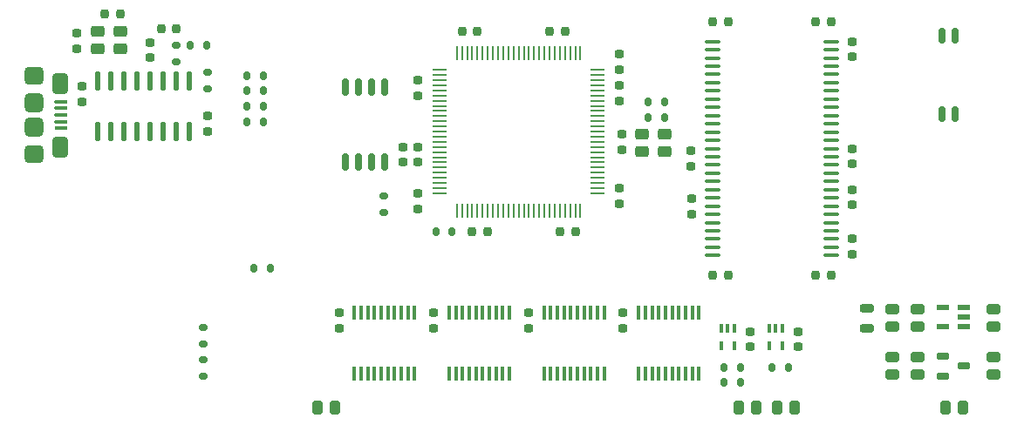
<source format=gtp>
G04 #@! TF.GenerationSoftware,KiCad,Pcbnew,7.0.10*
G04 #@! TF.CreationDate,2024-03-18T20:49:12-04:00*
G04 #@! TF.ProjectId,GR8RAM,47523852-414d-42e6-9b69-6361645f7063,1.0*
G04 #@! TF.SameCoordinates,Original*
G04 #@! TF.FileFunction,Paste,Top*
G04 #@! TF.FilePolarity,Positive*
%FSLAX46Y46*%
G04 Gerber Fmt 4.6, Leading zero omitted, Abs format (unit mm)*
G04 Created by KiCad (PCBNEW 7.0.10) date 2024-03-18 20:49:12*
%MOMM*%
%LPD*%
G01*
G04 APERTURE LIST*
G04 Aperture macros list*
%AMRoundRect*
0 Rectangle with rounded corners*
0 $1 Rounding radius*
0 $2 $3 $4 $5 $6 $7 $8 $9 X,Y pos of 4 corners*
0 Add a 4 corners polygon primitive as box body*
4,1,4,$2,$3,$4,$5,$6,$7,$8,$9,$2,$3,0*
0 Add four circle primitives for the rounded corners*
1,1,$1+$1,$2,$3*
1,1,$1+$1,$4,$5*
1,1,$1+$1,$6,$7*
1,1,$1+$1,$8,$9*
0 Add four rect primitives between the rounded corners*
20,1,$1+$1,$2,$3,$4,$5,0*
20,1,$1+$1,$4,$5,$6,$7,0*
20,1,$1+$1,$6,$7,$8,$9,0*
20,1,$1+$1,$8,$9,$2,$3,0*%
G04 Aperture macros list end*
%ADD10RoundRect,0.080000X-0.555000X0.080000X-0.555000X-0.080000X0.555000X-0.080000X0.555000X0.080000X0*%
%ADD11RoundRect,0.075000X-0.550000X0.075000X-0.550000X-0.075000X0.550000X-0.075000X0.550000X0.075000X0*%
%ADD12RoundRect,0.437500X-0.487500X0.437500X-0.487500X-0.437500X0.487500X-0.437500X0.487500X0.437500X0*%
%ADD13RoundRect,0.387500X-0.387500X0.637500X-0.387500X-0.637500X0.387500X-0.637500X0.387500X0.637500X0*%
%ADD14RoundRect,0.462500X-0.462500X0.462500X-0.462500X-0.462500X0.462500X-0.462500X0.462500X0.462500X0*%
%ADD15RoundRect,0.192500X-0.242500X0.192500X-0.242500X-0.192500X0.242500X-0.192500X0.242500X0.192500X0*%
%ADD16RoundRect,0.177500X0.177500X-0.559500X0.177500X0.559500X-0.177500X0.559500X-0.177500X-0.559500X0*%
%ADD17RoundRect,0.150000X-0.150000X-0.275000X0.150000X-0.275000X0.150000X0.275000X-0.150000X0.275000X0*%
%ADD18RoundRect,0.250000X0.250000X0.425000X-0.250000X0.425000X-0.250000X-0.425000X0.250000X-0.425000X0*%
%ADD19RoundRect,0.200000X-0.475000X0.200000X-0.475000X-0.200000X0.475000X-0.200000X0.475000X0.200000X0*%
%ADD20RoundRect,0.192500X0.242500X-0.192500X0.242500X0.192500X-0.242500X0.192500X-0.242500X-0.192500X0*%
%ADD21RoundRect,0.092500X0.092500X-0.592500X0.092500X0.592500X-0.092500X0.592500X-0.092500X-0.592500X0*%
%ADD22RoundRect,0.150000X0.150000X0.275000X-0.150000X0.275000X-0.150000X-0.275000X0.150000X-0.275000X0*%
%ADD23RoundRect,0.080000X-0.080000X0.380000X-0.080000X-0.380000X0.080000X-0.380000X0.080000X0.380000X0*%
%ADD24RoundRect,0.250000X0.425000X-0.250000X0.425000X0.250000X-0.425000X0.250000X-0.425000X-0.250000X0*%
%ADD25RoundRect,0.150000X0.275000X-0.150000X0.275000X0.150000X-0.275000X0.150000X-0.275000X-0.150000X0*%
%ADD26RoundRect,0.137500X0.487500X0.137500X-0.487500X0.137500X-0.487500X-0.137500X0.487500X-0.137500X0*%
%ADD27RoundRect,0.057500X0.057500X-0.645000X0.057500X0.645000X-0.057500X0.645000X-0.057500X-0.645000X0*%
%ADD28RoundRect,0.057500X0.645000X-0.057500X0.645000X0.057500X-0.645000X0.057500X-0.645000X-0.057500X0*%
%ADD29RoundRect,0.192500X0.192500X0.242500X-0.192500X0.242500X-0.192500X-0.242500X0.192500X-0.242500X0*%
%ADD30RoundRect,0.150000X-0.275000X0.150000X-0.275000X-0.150000X0.275000X-0.150000X0.275000X0.150000X0*%
%ADD31RoundRect,0.175000X-0.450000X-0.175000X0.450000X-0.175000X0.450000X0.175000X-0.450000X0.175000X0*%
%ADD32RoundRect,0.275000X0.375000X0.275000X-0.375000X0.275000X-0.375000X-0.275000X0.375000X-0.275000X0*%
%ADD33RoundRect,0.137500X-0.137500X0.812500X-0.137500X-0.812500X0.137500X-0.812500X0.137500X0.812500X0*%
%ADD34RoundRect,0.192500X-0.192500X-0.242500X0.192500X-0.242500X0.192500X0.242500X-0.192500X0.242500X0*%
%ADD35RoundRect,0.099500X0.625500X0.099500X-0.625500X0.099500X-0.625500X-0.099500X0.625500X-0.099500X0*%
%ADD36RoundRect,0.275000X-0.375000X-0.275000X0.375000X-0.275000X0.375000X0.275000X-0.375000X0.275000X0*%
%ADD37RoundRect,0.162500X-0.162500X0.662500X-0.162500X-0.662500X0.162500X-0.662500X0.162500X0.662500X0*%
%ADD38RoundRect,0.250000X-0.250000X-0.425000X0.250000X-0.425000X0.250000X0.425000X-0.250000X0.425000X0*%
G04 APERTURE END LIST*
D10*
X49675000Y-98500000D03*
X49675000Y-99150000D03*
X49675000Y-99800000D03*
X49675000Y-100450000D03*
D11*
X49675000Y-101100000D03*
D12*
X47000000Y-96000000D03*
D13*
X49550000Y-96700000D03*
D14*
X47000000Y-98600000D03*
X47000000Y-101000000D03*
D13*
X49550000Y-102900000D03*
D12*
X47000000Y-103600000D03*
D15*
X104200000Y-119050000D03*
X104200000Y-120550000D03*
D16*
X135128000Y-99695000D03*
X136398000Y-99695000D03*
X136398000Y-92075000D03*
X135128000Y-92075000D03*
D17*
X67650000Y-95950000D03*
X69250000Y-95950000D03*
D18*
X76200000Y-128270000D03*
X74500000Y-128270000D03*
D17*
X67650000Y-97450000D03*
X69250000Y-97450000D03*
D19*
X127850000Y-118600000D03*
X127850000Y-120500000D03*
D15*
X126450000Y-107050000D03*
X126450000Y-108550000D03*
X103800000Y-106900000D03*
X103800000Y-108400000D03*
D20*
X110800000Y-104800000D03*
X110800000Y-103300000D03*
X84300000Y-97900000D03*
X84300000Y-96400000D03*
D21*
X96500000Y-124950000D03*
X97150000Y-124950000D03*
X97800000Y-124950000D03*
X98450000Y-124950000D03*
X99100000Y-124950000D03*
X99750000Y-124950000D03*
X100400000Y-124950000D03*
X101050000Y-124950000D03*
X101700000Y-124950000D03*
X102350000Y-124950000D03*
X102350000Y-119050000D03*
X101700000Y-119050000D03*
X101050000Y-119050000D03*
X100400000Y-119050000D03*
X99750000Y-119050000D03*
X99100000Y-119050000D03*
X98450000Y-119050000D03*
X97800000Y-119050000D03*
X97150000Y-119050000D03*
X96500000Y-119050000D03*
D18*
X120826000Y-128270000D03*
X119126000Y-128270000D03*
D22*
X108200000Y-98550000D03*
X106600000Y-98550000D03*
D20*
X121200000Y-122350000D03*
X121200000Y-120850000D03*
D23*
X119650000Y-120500000D03*
X119000000Y-120500000D03*
X118350000Y-120500000D03*
X118350000Y-122200000D03*
X119650000Y-122200000D03*
D24*
X132750000Y-125050000D03*
X132750000Y-123350000D03*
D25*
X63436500Y-125158500D03*
X63436500Y-123558500D03*
D21*
X87300000Y-124950000D03*
X87950000Y-124950000D03*
X88600000Y-124950000D03*
X89250000Y-124950000D03*
X89900000Y-124950000D03*
X90550000Y-124950000D03*
X91200000Y-124950000D03*
X91850000Y-124950000D03*
X92500000Y-124950000D03*
X93150000Y-124950000D03*
X93150000Y-119050000D03*
X92500000Y-119050000D03*
X91850000Y-119050000D03*
X91200000Y-119050000D03*
X90550000Y-119050000D03*
X89900000Y-119050000D03*
X89250000Y-119050000D03*
X88600000Y-119050000D03*
X87950000Y-119050000D03*
X87300000Y-119050000D03*
D26*
X137300000Y-120400000D03*
X137300000Y-119450000D03*
X137300000Y-118500000D03*
X135200000Y-118500000D03*
X135200000Y-120400000D03*
D27*
X88050000Y-109062500D03*
X88550000Y-109062500D03*
X89050000Y-109062500D03*
X89550000Y-109062500D03*
X90050000Y-109062500D03*
X90550000Y-109062500D03*
X91050000Y-109062500D03*
X91550000Y-109062500D03*
X92050000Y-109062500D03*
X92550000Y-109062500D03*
X93050000Y-109062500D03*
X93550000Y-109062500D03*
X94050000Y-109062500D03*
X94550000Y-109062500D03*
X95050000Y-109062500D03*
X95550000Y-109062500D03*
X96050000Y-109062500D03*
X96550000Y-109062500D03*
X97050000Y-109062500D03*
X97550000Y-109062500D03*
X98050000Y-109062500D03*
X98550000Y-109062500D03*
X99050000Y-109062500D03*
X99550000Y-109062500D03*
X100050000Y-109062500D03*
D28*
X101712500Y-107400000D03*
X101712500Y-106900000D03*
X101712500Y-106400000D03*
X101712500Y-105900000D03*
X101712500Y-105400000D03*
X101712500Y-104900000D03*
X101712500Y-104400000D03*
X101712500Y-103900000D03*
X101712500Y-103400000D03*
X101712500Y-102900000D03*
X101712500Y-102400000D03*
X101712500Y-101900000D03*
X101712500Y-101400000D03*
X101712500Y-100900000D03*
X101712500Y-100400000D03*
X101712500Y-99900000D03*
X101712500Y-99400000D03*
X101712500Y-98900000D03*
X101712500Y-98400000D03*
X101712500Y-97900000D03*
X101712500Y-97400000D03*
X101712500Y-96900000D03*
X101712500Y-96400000D03*
X101712500Y-95900000D03*
X101712500Y-95400000D03*
D27*
X100050000Y-93737500D03*
X99550000Y-93737500D03*
X99050000Y-93737500D03*
X98550000Y-93737500D03*
X98050000Y-93737500D03*
X97550000Y-93737500D03*
X97050000Y-93737500D03*
X96550000Y-93737500D03*
X96050000Y-93737500D03*
X95550000Y-93737500D03*
X95050000Y-93737500D03*
X94550000Y-93737500D03*
X94050000Y-93737500D03*
X93550000Y-93737500D03*
X93050000Y-93737500D03*
X92550000Y-93737500D03*
X92050000Y-93737500D03*
X91550000Y-93737500D03*
X91050000Y-93737500D03*
X90550000Y-93737500D03*
X90050000Y-93737500D03*
X89550000Y-93737500D03*
X89050000Y-93737500D03*
X88550000Y-93737500D03*
X88050000Y-93737500D03*
D28*
X86387500Y-95400000D03*
X86387500Y-95900000D03*
X86387500Y-96400000D03*
X86387500Y-96900000D03*
X86387500Y-97400000D03*
X86387500Y-97900000D03*
X86387500Y-98400000D03*
X86387500Y-98900000D03*
X86387500Y-99400000D03*
X86387500Y-99900000D03*
X86387500Y-100400000D03*
X86387500Y-100900000D03*
X86387500Y-101400000D03*
X86387500Y-101900000D03*
X86387500Y-102400000D03*
X86387500Y-102900000D03*
X86387500Y-103400000D03*
X86387500Y-103900000D03*
X86387500Y-104400000D03*
X86387500Y-104900000D03*
X86387500Y-105400000D03*
X86387500Y-105900000D03*
X86387500Y-106400000D03*
X86387500Y-106900000D03*
X86387500Y-107400000D03*
D22*
X115600000Y-125800000D03*
X114000000Y-125800000D03*
D20*
X110850000Y-109450000D03*
X110850000Y-107950000D03*
D24*
X140100000Y-120400000D03*
X140100000Y-118700000D03*
D15*
X126450000Y-103050000D03*
X126450000Y-104550000D03*
D24*
X130350000Y-120400000D03*
X130350000Y-118700000D03*
D29*
X124400000Y-115350000D03*
X122900000Y-115350000D03*
X114400000Y-115350000D03*
X112900000Y-115350000D03*
D30*
X63436500Y-120459500D03*
X63436500Y-122059500D03*
D20*
X58293000Y-94234000D03*
X58293000Y-92734000D03*
D17*
X86000000Y-111150000D03*
X87600000Y-111150000D03*
D21*
X78100000Y-124950000D03*
X78750000Y-124950000D03*
X79400000Y-124950000D03*
X80050000Y-124950000D03*
X80700000Y-124950000D03*
X81350000Y-124950000D03*
X82000000Y-124950000D03*
X82650000Y-124950000D03*
X83300000Y-124950000D03*
X83950000Y-124950000D03*
X83950000Y-119050000D03*
X83300000Y-119050000D03*
X82650000Y-119050000D03*
X82000000Y-119050000D03*
X81350000Y-119050000D03*
X80700000Y-119050000D03*
X80050000Y-119050000D03*
X79400000Y-119050000D03*
X78750000Y-119050000D03*
X78100000Y-119050000D03*
D20*
X116500000Y-122350000D03*
X116500000Y-120850000D03*
D15*
X95000000Y-119050000D03*
X95000000Y-120550000D03*
D25*
X80950000Y-109300000D03*
X80950000Y-107700000D03*
D20*
X51650000Y-98500000D03*
X51650000Y-97000000D03*
D29*
X60833000Y-91376500D03*
X59333000Y-91376500D03*
D31*
X135200000Y-123250000D03*
X135200000Y-125150000D03*
X137300000Y-124200000D03*
D32*
X55399400Y-91650600D03*
X53199400Y-91650600D03*
X53199400Y-93350600D03*
X55399400Y-93350600D03*
D29*
X124400000Y-90750000D03*
X122900000Y-90750000D03*
D33*
X62103000Y-96458000D03*
X60833000Y-96458000D03*
X59563000Y-96458000D03*
X58293000Y-96458000D03*
X57023000Y-96458000D03*
X55753000Y-96458000D03*
X54483000Y-96458000D03*
X53213000Y-96458000D03*
X53213000Y-101408000D03*
X54483000Y-101408000D03*
X55753000Y-101408000D03*
X57023000Y-101408000D03*
X58293000Y-101408000D03*
X59563000Y-101408000D03*
X60833000Y-101408000D03*
X62103000Y-101408000D03*
D25*
X60833000Y-94627500D03*
X60833000Y-93027500D03*
D20*
X63817500Y-101409500D03*
X63817500Y-99909500D03*
D17*
X62166500Y-93027500D03*
X63766500Y-93027500D03*
D20*
X51199400Y-93350600D03*
X51199400Y-91850600D03*
D34*
X88550000Y-91650000D03*
X90050000Y-91650000D03*
D15*
X85800000Y-119050000D03*
X85800000Y-120550000D03*
D20*
X82800000Y-104400000D03*
X82800000Y-102900000D03*
D35*
X124400000Y-113450000D03*
X124400000Y-112650000D03*
X124400000Y-111850000D03*
X124400000Y-111050000D03*
X124400000Y-110250000D03*
X124400000Y-109450000D03*
X124400000Y-108650000D03*
X124400000Y-107850000D03*
X124400000Y-107050000D03*
X124400000Y-106250000D03*
X124400000Y-105450000D03*
X124400000Y-104650000D03*
X124400000Y-103850000D03*
X124400000Y-103050000D03*
X124400000Y-102250000D03*
X124400000Y-101450000D03*
X124400000Y-100650000D03*
X124400000Y-99850000D03*
X124400000Y-99050000D03*
X124400000Y-98250000D03*
X124400000Y-97450000D03*
X124400000Y-96650000D03*
X124400000Y-95850000D03*
X124400000Y-95050000D03*
X124400000Y-94250000D03*
X124400000Y-93450000D03*
X124400000Y-92650000D03*
X112900000Y-92650000D03*
X112900000Y-93450000D03*
X112900000Y-94250000D03*
X112900000Y-95050000D03*
X112900000Y-95850000D03*
X112900000Y-96650000D03*
X112900000Y-97450000D03*
X112900000Y-98250000D03*
X112900000Y-99050000D03*
X112900000Y-99850000D03*
X112900000Y-100650000D03*
X112900000Y-101450000D03*
X112900000Y-102250000D03*
X112900000Y-103050000D03*
X112900000Y-103850000D03*
X112900000Y-104650000D03*
X112900000Y-105450000D03*
X112900000Y-106250000D03*
X112900000Y-107050000D03*
X112900000Y-107850000D03*
X112900000Y-108650000D03*
X112900000Y-109450000D03*
X112900000Y-110250000D03*
X112900000Y-111050000D03*
X112900000Y-111850000D03*
X112900000Y-112650000D03*
X112900000Y-113450000D03*
D17*
X67650000Y-98950000D03*
X69250000Y-98950000D03*
D23*
X115000000Y-120500000D03*
X114350000Y-120500000D03*
X113700000Y-120500000D03*
X113700000Y-122200000D03*
X115000000Y-122200000D03*
D15*
X103800000Y-96900000D03*
X103800000Y-98400000D03*
D36*
X106000000Y-103350000D03*
X108200000Y-103350000D03*
X108200000Y-101650000D03*
X106000000Y-101650000D03*
D20*
X84300000Y-104400000D03*
X84300000Y-102900000D03*
D15*
X104050000Y-101650000D03*
X104050000Y-103150000D03*
D29*
X114400000Y-90750000D03*
X112900000Y-90750000D03*
D18*
X137160000Y-128270000D03*
X135460000Y-128270000D03*
D37*
X81026000Y-97061000D03*
X79756000Y-97061000D03*
X78486000Y-97061000D03*
X77216000Y-97061000D03*
X77216000Y-104361000D03*
X78486000Y-104361000D03*
X79756000Y-104361000D03*
X81026000Y-104361000D03*
D17*
X106600000Y-100050000D03*
X108200000Y-100050000D03*
D29*
X55400000Y-90000600D03*
X53900000Y-90000600D03*
X99550000Y-111150000D03*
X98050000Y-111150000D03*
D15*
X126450000Y-92650000D03*
X126450000Y-94150000D03*
D24*
X130350000Y-125050000D03*
X130350000Y-123350000D03*
D20*
X103800000Y-95400000D03*
X103800000Y-93900000D03*
D30*
X63817500Y-95656500D03*
X63817500Y-97256500D03*
D22*
X120250000Y-124350000D03*
X118650000Y-124350000D03*
D29*
X98550000Y-91650000D03*
X97050000Y-91650000D03*
D22*
X115600000Y-124350000D03*
X114000000Y-124350000D03*
D38*
X115394000Y-128270000D03*
X117094000Y-128270000D03*
D21*
X105700000Y-124950000D03*
X106350000Y-124950000D03*
X107000000Y-124950000D03*
X107650000Y-124950000D03*
X108300000Y-124950000D03*
X108950000Y-124950000D03*
X109600000Y-124950000D03*
X110250000Y-124950000D03*
X110900000Y-124950000D03*
X111550000Y-124950000D03*
X111550000Y-119050000D03*
X110900000Y-119050000D03*
X110250000Y-119050000D03*
X109600000Y-119050000D03*
X108950000Y-119050000D03*
X108300000Y-119050000D03*
X107650000Y-119050000D03*
X107000000Y-119050000D03*
X106350000Y-119050000D03*
X105700000Y-119050000D03*
D22*
X69250000Y-100450000D03*
X67650000Y-100450000D03*
D17*
X68350000Y-114650000D03*
X69950000Y-114650000D03*
D15*
X84300000Y-107400000D03*
X84300000Y-108900000D03*
D24*
X140100000Y-125050000D03*
X140100000Y-123350000D03*
D34*
X89550000Y-111150000D03*
X91050000Y-111150000D03*
D24*
X132750000Y-120400000D03*
X132750000Y-118700000D03*
D15*
X76600000Y-119050000D03*
X76600000Y-120550000D03*
X126450000Y-111850000D03*
X126450000Y-113350000D03*
M02*

</source>
